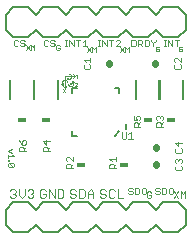
<source format=gto>
G75*
%MOIN*%
%OFA0B0*%
%FSLAX24Y24*%
%IPPOS*%
%LPD*%
%AMOC8*
5,1,8,0,0,1.08239X$1,22.5*
%
%ADD10C,0.0030*%
%ADD11C,0.0020*%
%ADD12C,0.0050*%
%ADD13R,0.0100X0.0200*%
%ADD14C,0.0220*%
%ADD15R,0.0300X0.0180*%
%ADD16C,0.0080*%
D10*
X000413Y001320D02*
X000365Y001368D01*
X000413Y001320D02*
X000510Y001320D01*
X000558Y001368D01*
X000558Y001417D01*
X000510Y001465D01*
X000462Y001465D01*
X000510Y001465D02*
X000558Y001513D01*
X000558Y001562D01*
X000510Y001610D01*
X000413Y001610D01*
X000365Y001562D01*
X000660Y001610D02*
X000660Y001417D01*
X000756Y001320D01*
X000853Y001417D01*
X000853Y001610D01*
X000954Y001562D02*
X001003Y001610D01*
X001099Y001610D01*
X001148Y001562D01*
X001148Y001513D01*
X001099Y001465D01*
X001148Y001417D01*
X001148Y001368D01*
X001099Y001320D01*
X001003Y001320D01*
X000954Y001368D01*
X001051Y001465D02*
X001099Y001465D01*
X001365Y001368D02*
X001413Y001320D01*
X001510Y001320D01*
X001558Y001368D01*
X001558Y001465D01*
X001462Y001465D01*
X001365Y001562D02*
X001365Y001368D01*
X001365Y001562D02*
X001413Y001610D01*
X001510Y001610D01*
X001558Y001562D01*
X001660Y001610D02*
X001853Y001320D01*
X001853Y001610D01*
X001954Y001610D02*
X002099Y001610D01*
X002148Y001562D01*
X002148Y001368D01*
X002099Y001320D01*
X001954Y001320D01*
X001954Y001610D01*
X001660Y001610D02*
X001660Y001320D01*
X002365Y001368D02*
X002413Y001320D01*
X002510Y001320D01*
X002558Y001368D01*
X002558Y001417D01*
X002510Y001465D01*
X002413Y001465D01*
X002365Y001513D01*
X002365Y001562D01*
X002413Y001610D01*
X002510Y001610D01*
X002558Y001562D01*
X002660Y001610D02*
X002805Y001610D01*
X002853Y001562D01*
X002853Y001368D01*
X002805Y001320D01*
X002660Y001320D01*
X002660Y001610D01*
X002954Y001513D02*
X002954Y001320D01*
X002954Y001465D02*
X003148Y001465D01*
X003148Y001513D02*
X003148Y001320D01*
X003148Y001513D02*
X003051Y001610D01*
X002954Y001513D01*
X003365Y001513D02*
X003413Y001465D01*
X003510Y001465D01*
X003558Y001417D01*
X003558Y001368D01*
X003510Y001320D01*
X003413Y001320D01*
X003365Y001368D01*
X003365Y001513D02*
X003365Y001562D01*
X003413Y001610D01*
X003510Y001610D01*
X003558Y001562D01*
X003660Y001562D02*
X003660Y001368D01*
X003708Y001320D01*
X003805Y001320D01*
X003853Y001368D01*
X003954Y001320D02*
X004148Y001320D01*
X003954Y001320D02*
X003954Y001610D01*
X003853Y001562D02*
X003805Y001610D01*
X003708Y001610D01*
X003660Y001562D01*
X002183Y004985D02*
X002124Y005044D01*
X002129Y005100D02*
X002074Y005116D01*
X002129Y005100D02*
X002141Y005148D01*
X002128Y005100D02*
X002116Y005113D01*
X002106Y005128D01*
X002100Y005145D01*
X002097Y005163D01*
X002098Y005180D01*
X002103Y005198D01*
X002111Y005214D01*
X002122Y005228D01*
X002136Y005239D01*
X002152Y005248D01*
X002169Y005253D01*
X002187Y005254D01*
X002204Y005252D01*
X002221Y005246D01*
X002237Y005236D01*
X002250Y005224D01*
X002260Y005209D01*
X002267Y005193D01*
X002271Y005175D01*
X002370Y005133D02*
X002372Y005139D01*
X002376Y005143D01*
X002383Y005144D01*
X002388Y005141D01*
X002392Y005136D01*
X002392Y005130D01*
X002388Y005125D01*
X002383Y005122D01*
X002376Y005123D01*
X002372Y005127D01*
X002370Y005133D01*
X002303Y005127D02*
X002307Y005109D01*
X002314Y005093D01*
X002324Y005078D01*
X002337Y005066D01*
X002353Y005056D01*
X002370Y005050D01*
X002387Y005048D01*
X002405Y005049D01*
X002422Y005054D01*
X002438Y005063D01*
X002452Y005074D01*
X002463Y005088D01*
X002471Y005104D01*
X002476Y005122D01*
X002477Y005139D01*
X002474Y005157D01*
X002468Y005174D01*
X002458Y005189D01*
X002446Y005202D01*
X002446Y005201D02*
X002434Y005154D01*
X002446Y005201D02*
X002501Y005186D01*
X002472Y005316D02*
X002531Y005375D01*
X002472Y005434D01*
X002530Y005375D02*
X002183Y005375D01*
X002183Y004985D01*
X002242Y005044D01*
X002271Y005269D02*
X002255Y005324D01*
X002303Y005336D01*
X002255Y005323D02*
X002268Y005311D01*
X002283Y005301D01*
X002300Y005295D01*
X002318Y005292D01*
X002335Y005293D01*
X002353Y005298D01*
X002369Y005306D01*
X002383Y005317D01*
X002394Y005331D01*
X002403Y005347D01*
X002408Y005364D01*
X002409Y005382D01*
X002407Y005399D01*
X002401Y005416D01*
X002391Y005432D01*
X002379Y005445D01*
X002364Y005455D01*
X002348Y005462D01*
X002330Y005466D01*
D11*
X002550Y005423D02*
X002550Y005406D01*
X002583Y005374D01*
X002583Y005325D01*
X002583Y005374D02*
X002616Y005406D01*
X002616Y005423D01*
X002583Y005138D02*
X002518Y005138D01*
X002583Y005138D02*
X002583Y005121D01*
X002518Y005056D01*
X002518Y005040D01*
X002583Y005040D01*
X002204Y004964D02*
X002139Y004866D01*
X002204Y004866D02*
X002139Y004964D01*
X002820Y005664D02*
X002857Y005628D01*
X003003Y005628D01*
X003040Y005664D01*
X003040Y005738D01*
X003003Y005774D01*
X003040Y005848D02*
X003040Y005995D01*
X003040Y005922D02*
X002820Y005922D01*
X002893Y005848D01*
X002857Y005774D02*
X002820Y005738D01*
X002820Y005664D01*
X002948Y006178D02*
X003054Y006338D01*
X003113Y006338D02*
X003167Y006284D01*
X003220Y006338D01*
X003220Y006178D01*
X003113Y006178D02*
X003113Y006338D01*
X002948Y006338D02*
X003054Y006178D01*
X002934Y006378D02*
X002787Y006378D01*
X002860Y006378D02*
X002860Y006598D01*
X002787Y006524D01*
X002713Y006598D02*
X002566Y006598D01*
X002639Y006598D02*
X002639Y006378D01*
X002492Y006378D02*
X002492Y006598D01*
X002345Y006598D02*
X002345Y006378D01*
X002271Y006378D02*
X002198Y006378D01*
X002234Y006378D02*
X002234Y006598D01*
X002198Y006598D02*
X002271Y006598D01*
X002345Y006598D02*
X002492Y006378D01*
X002017Y006386D02*
X001990Y006413D01*
X001937Y006413D01*
X001910Y006386D01*
X001910Y006279D01*
X001937Y006253D01*
X001990Y006253D01*
X002017Y006279D01*
X002017Y006333D01*
X001963Y006333D01*
X001853Y006414D02*
X001853Y006451D01*
X001816Y006488D01*
X001743Y006488D01*
X001706Y006524D01*
X001706Y006561D01*
X001743Y006598D01*
X001816Y006598D01*
X001853Y006561D01*
X001853Y006414D02*
X001816Y006378D01*
X001743Y006378D01*
X001706Y006414D01*
X001632Y006414D02*
X001595Y006378D01*
X001522Y006378D01*
X001485Y006414D01*
X001485Y006561D01*
X001522Y006598D01*
X001595Y006598D01*
X001632Y006561D01*
X001182Y006413D02*
X001182Y006253D01*
X001129Y006359D02*
X001182Y006413D01*
X001129Y006359D02*
X001076Y006413D01*
X001076Y006253D01*
X001017Y006253D02*
X000910Y006413D01*
X000853Y006414D02*
X000853Y006451D01*
X000816Y006488D01*
X000743Y006488D01*
X000706Y006524D01*
X000706Y006561D01*
X000743Y006598D01*
X000816Y006598D01*
X000853Y006561D01*
X000853Y006414D02*
X000816Y006378D01*
X000743Y006378D01*
X000706Y006414D01*
X000632Y006414D02*
X000595Y006378D01*
X000522Y006378D01*
X000485Y006414D01*
X000485Y006561D01*
X000522Y006598D01*
X000595Y006598D01*
X000632Y006561D01*
X001017Y006413D02*
X000910Y006253D01*
X003298Y006378D02*
X003371Y006378D01*
X003334Y006378D02*
X003334Y006598D01*
X003298Y006598D02*
X003371Y006598D01*
X003445Y006598D02*
X003592Y006378D01*
X003592Y006598D01*
X003666Y006598D02*
X003813Y006598D01*
X003887Y006561D02*
X003923Y006598D01*
X003997Y006598D01*
X004034Y006561D01*
X004034Y006524D01*
X003887Y006378D01*
X004034Y006378D01*
X004048Y006338D02*
X004154Y006178D01*
X004213Y006178D02*
X004213Y006338D01*
X004267Y006284D01*
X004320Y006338D01*
X004320Y006178D01*
X004410Y006378D02*
X004520Y006378D01*
X004557Y006414D01*
X004557Y006561D01*
X004520Y006598D01*
X004410Y006598D01*
X004410Y006378D01*
X004631Y006378D02*
X004631Y006598D01*
X004741Y006598D01*
X004778Y006561D01*
X004778Y006488D01*
X004741Y006451D01*
X004631Y006451D01*
X004704Y006451D02*
X004778Y006378D01*
X004852Y006378D02*
X004962Y006378D01*
X004999Y006414D01*
X004999Y006561D01*
X004962Y006598D01*
X004852Y006598D01*
X004852Y006378D01*
X005073Y006561D02*
X005146Y006488D01*
X005146Y006378D01*
X005146Y006488D02*
X005220Y006561D01*
X005220Y006598D01*
X005073Y006598D02*
X005073Y006561D01*
X005249Y006363D02*
X005223Y006336D01*
X005223Y006229D01*
X005249Y006203D01*
X005303Y006203D01*
X005329Y006229D01*
X005329Y006283D01*
X005276Y006283D01*
X005329Y006336D02*
X005303Y006363D01*
X005249Y006363D01*
X005485Y006378D02*
X005558Y006378D01*
X005522Y006378D02*
X005522Y006598D01*
X005558Y006598D02*
X005485Y006598D01*
X005632Y006598D02*
X005632Y006378D01*
X005779Y006378D02*
X005632Y006598D01*
X005779Y006598D02*
X005779Y006378D01*
X005927Y006378D02*
X005927Y006598D01*
X006000Y006598D02*
X005853Y006598D01*
X006012Y006363D02*
X005985Y006336D01*
X005985Y006229D01*
X006012Y006203D01*
X006065Y006203D01*
X006092Y006229D01*
X006092Y006283D01*
X006038Y006283D01*
X006092Y006336D02*
X006065Y006363D01*
X006012Y006363D01*
X006065Y005995D02*
X006065Y005848D01*
X005918Y005995D01*
X005882Y005995D01*
X005845Y005959D01*
X005845Y005885D01*
X005882Y005848D01*
X005882Y005774D02*
X005845Y005738D01*
X005845Y005664D01*
X005882Y005628D01*
X006028Y005628D01*
X006065Y005664D01*
X006065Y005738D01*
X006028Y005774D01*
X005428Y004058D02*
X005392Y004058D01*
X005355Y004021D01*
X005355Y003984D01*
X005355Y004021D02*
X005318Y004058D01*
X005282Y004058D01*
X005245Y004021D01*
X005245Y003948D01*
X005282Y003911D01*
X005282Y003837D02*
X005355Y003837D01*
X005392Y003800D01*
X005392Y003690D01*
X005465Y003690D02*
X005245Y003690D01*
X005245Y003800D01*
X005282Y003837D01*
X005392Y003763D02*
X005465Y003837D01*
X005428Y003911D02*
X005465Y003948D01*
X005465Y004021D01*
X005428Y004058D01*
X004715Y004021D02*
X004715Y003948D01*
X004678Y003911D01*
X004605Y003911D02*
X004568Y003984D01*
X004568Y004021D01*
X004605Y004058D01*
X004678Y004058D01*
X004715Y004021D01*
X004605Y003911D02*
X004495Y003911D01*
X004495Y004058D01*
X004532Y003837D02*
X004495Y003800D01*
X004495Y003690D01*
X004715Y003690D01*
X004642Y003690D02*
X004642Y003800D01*
X004605Y003837D01*
X004532Y003837D01*
X004642Y003763D02*
X004715Y003837D01*
X004387Y003510D02*
X004387Y003290D01*
X004314Y003290D02*
X004461Y003290D01*
X004314Y003437D02*
X004387Y003510D01*
X004240Y003510D02*
X004240Y003327D01*
X004203Y003290D01*
X004130Y003290D01*
X004093Y003327D01*
X004093Y003510D01*
X003903Y002683D02*
X003903Y002536D01*
X003903Y002609D02*
X003682Y002609D01*
X003756Y002536D01*
X003719Y002462D02*
X003792Y002462D01*
X003829Y002425D01*
X003829Y002315D01*
X003829Y002388D02*
X003903Y002462D01*
X003903Y002315D02*
X003682Y002315D01*
X003682Y002425D01*
X003719Y002462D01*
X004347Y001660D02*
X004310Y001623D01*
X004310Y001587D01*
X004347Y001550D01*
X004420Y001550D01*
X004457Y001513D01*
X004457Y001477D01*
X004420Y001440D01*
X004347Y001440D01*
X004310Y001477D01*
X004347Y001660D02*
X004420Y001660D01*
X004457Y001623D01*
X004531Y001660D02*
X004641Y001660D01*
X004678Y001623D01*
X004678Y001477D01*
X004641Y001440D01*
X004531Y001440D01*
X004531Y001660D01*
X004752Y001623D02*
X004752Y001477D01*
X004789Y001440D01*
X004862Y001440D01*
X004899Y001477D01*
X004899Y001623D01*
X004862Y001660D01*
X004789Y001660D01*
X004752Y001623D01*
X004935Y001498D02*
X004935Y001352D01*
X004972Y001315D01*
X005045Y001315D01*
X005082Y001352D01*
X005082Y001425D01*
X005008Y001425D01*
X004935Y001498D02*
X004972Y001535D01*
X005045Y001535D01*
X005082Y001498D01*
X005210Y001477D02*
X005247Y001440D01*
X005320Y001440D01*
X005357Y001477D01*
X005357Y001513D01*
X005320Y001550D01*
X005247Y001550D01*
X005210Y001587D01*
X005210Y001623D01*
X005247Y001660D01*
X005320Y001660D01*
X005357Y001623D01*
X005431Y001660D02*
X005541Y001660D01*
X005578Y001623D01*
X005578Y001477D01*
X005541Y001440D01*
X005431Y001440D01*
X005431Y001660D01*
X005652Y001623D02*
X005652Y001477D01*
X005689Y001440D01*
X005762Y001440D01*
X005799Y001477D01*
X005799Y001623D01*
X005762Y001660D01*
X005689Y001660D01*
X005652Y001623D01*
X005835Y001535D02*
X005982Y001315D01*
X006056Y001315D02*
X006056Y001535D01*
X006129Y001462D01*
X006203Y001535D01*
X006203Y001315D01*
X005982Y001535D02*
X005835Y001315D01*
X005907Y002253D02*
X006053Y002253D01*
X006090Y002289D01*
X006090Y002363D01*
X006053Y002399D01*
X006053Y002473D02*
X006090Y002510D01*
X006090Y002584D01*
X006053Y002620D01*
X006017Y002620D01*
X005980Y002584D01*
X005980Y002547D01*
X005980Y002584D02*
X005943Y002620D01*
X005907Y002620D01*
X005870Y002584D01*
X005870Y002510D01*
X005907Y002473D01*
X005907Y002399D02*
X005870Y002363D01*
X005870Y002289D01*
X005907Y002253D01*
X005907Y002828D02*
X006053Y002828D01*
X006090Y002864D01*
X006090Y002938D01*
X006053Y002974D01*
X005980Y003048D02*
X005980Y003195D01*
X006090Y003159D02*
X005870Y003159D01*
X005980Y003048D01*
X005907Y002974D02*
X005870Y002938D01*
X005870Y002864D01*
X005907Y002828D01*
X004048Y006178D02*
X004154Y006338D01*
X003739Y006378D02*
X003739Y006598D01*
X003445Y006598D02*
X003445Y006378D01*
X001580Y003245D02*
X001580Y003098D01*
X001470Y003209D01*
X001690Y003209D01*
X001690Y003024D02*
X001617Y002951D01*
X001617Y002988D02*
X001580Y003024D01*
X001507Y003024D01*
X001470Y002988D01*
X001470Y002878D01*
X001690Y002878D01*
X001617Y002878D02*
X001617Y002988D01*
X002245Y002646D02*
X002245Y002573D01*
X002282Y002536D01*
X002282Y002462D02*
X002355Y002462D01*
X002392Y002425D01*
X002392Y002315D01*
X002465Y002315D02*
X002245Y002315D01*
X002245Y002425D01*
X002282Y002462D01*
X002392Y002388D02*
X002465Y002462D01*
X002465Y002536D02*
X002318Y002683D01*
X002282Y002683D01*
X002245Y002646D01*
X002465Y002683D02*
X002465Y002536D01*
X000890Y002878D02*
X000670Y002878D01*
X000670Y002988D01*
X000707Y003024D01*
X000780Y003024D01*
X000817Y002988D01*
X000817Y002878D01*
X000817Y002951D02*
X000890Y003024D01*
X000853Y003098D02*
X000780Y003098D01*
X000780Y003209D01*
X000817Y003245D01*
X000853Y003245D01*
X000890Y003209D01*
X000890Y003135D01*
X000853Y003098D01*
X000780Y003098D02*
X000707Y003172D01*
X000670Y003245D01*
X000430Y002945D02*
X000310Y002885D01*
X000430Y002825D01*
X000430Y002761D02*
X000490Y002701D01*
X000310Y002701D01*
X000310Y002761D02*
X000310Y002641D01*
X000310Y002577D02*
X000310Y002547D01*
X000340Y002547D01*
X000340Y002577D01*
X000310Y002577D01*
X000340Y002485D02*
X000310Y002455D01*
X000310Y002395D01*
X000340Y002365D01*
X000460Y002365D01*
X000340Y002485D01*
X000460Y002485D01*
X000490Y002455D01*
X000490Y002395D01*
X000460Y002365D01*
D12*
X002438Y003393D02*
X002438Y003550D01*
X002438Y003393D02*
X002595Y003393D01*
X002438Y004810D02*
X002438Y004967D01*
X002595Y004967D01*
X003855Y004967D02*
X004012Y004967D01*
X004012Y004810D01*
X004012Y003550D02*
X003855Y003393D01*
D13*
X004225Y003680D03*
D14*
X005225Y003017D02*
X005225Y002993D01*
X005225Y002442D02*
X005225Y002418D01*
X005200Y005793D02*
X005200Y005817D01*
X003675Y005793D02*
X003675Y005817D01*
D15*
X004975Y003930D03*
X005725Y003930D03*
X004163Y002430D03*
X002725Y002430D03*
X001575Y003930D03*
X000775Y003930D03*
D16*
X000225Y000430D02*
X000475Y000180D01*
X000975Y000180D01*
X001225Y000430D01*
X001475Y000180D01*
X001975Y000180D01*
X002225Y000430D01*
X002475Y000180D01*
X002975Y000180D01*
X003225Y000430D01*
X003475Y000180D01*
X003975Y000180D01*
X004225Y000430D01*
X004475Y000180D01*
X004975Y000180D01*
X005225Y000430D01*
X005475Y000180D01*
X005975Y000180D01*
X006225Y000430D01*
X006225Y000930D01*
X005975Y001180D01*
X005475Y001180D01*
X005225Y000930D01*
X004975Y001180D01*
X004475Y001180D01*
X004225Y000930D01*
X003975Y001180D01*
X003475Y001180D01*
X003225Y000930D01*
X002975Y001180D01*
X002475Y001180D01*
X002225Y000930D01*
X001975Y001180D01*
X001475Y001180D01*
X001225Y000930D01*
X000975Y001180D01*
X000475Y001180D01*
X000225Y000930D01*
X000225Y000430D01*
X000381Y004615D02*
X000381Y005245D01*
X001169Y005245D02*
X001169Y004615D01*
X001181Y004615D02*
X001181Y005245D01*
X001969Y005245D02*
X001969Y004615D01*
X001975Y006680D02*
X001475Y006680D01*
X001225Y006930D01*
X000975Y006680D01*
X000475Y006680D01*
X000225Y006930D01*
X000225Y007430D01*
X000475Y007680D01*
X000975Y007680D01*
X001225Y007430D01*
X001475Y007680D01*
X001975Y007680D01*
X002225Y007430D01*
X002475Y007680D01*
X002975Y007680D01*
X003225Y007430D01*
X003475Y007680D01*
X003975Y007680D01*
X004225Y007430D01*
X004475Y007680D01*
X004975Y007680D01*
X005225Y007430D01*
X005475Y007680D01*
X005975Y007680D01*
X006225Y007430D01*
X006225Y006930D01*
X005975Y006680D01*
X005475Y006680D01*
X005225Y006930D01*
X004975Y006680D01*
X004475Y006680D01*
X004225Y006930D01*
X003975Y006680D01*
X003475Y006680D01*
X003225Y006930D01*
X002975Y006680D01*
X002475Y006680D01*
X002225Y006930D01*
X001975Y006680D01*
X004581Y005245D02*
X004581Y004615D01*
X005331Y004615D02*
X005331Y005245D01*
X005369Y005245D02*
X005369Y004615D01*
X006119Y004615D02*
X006119Y005245D01*
M02*

</source>
